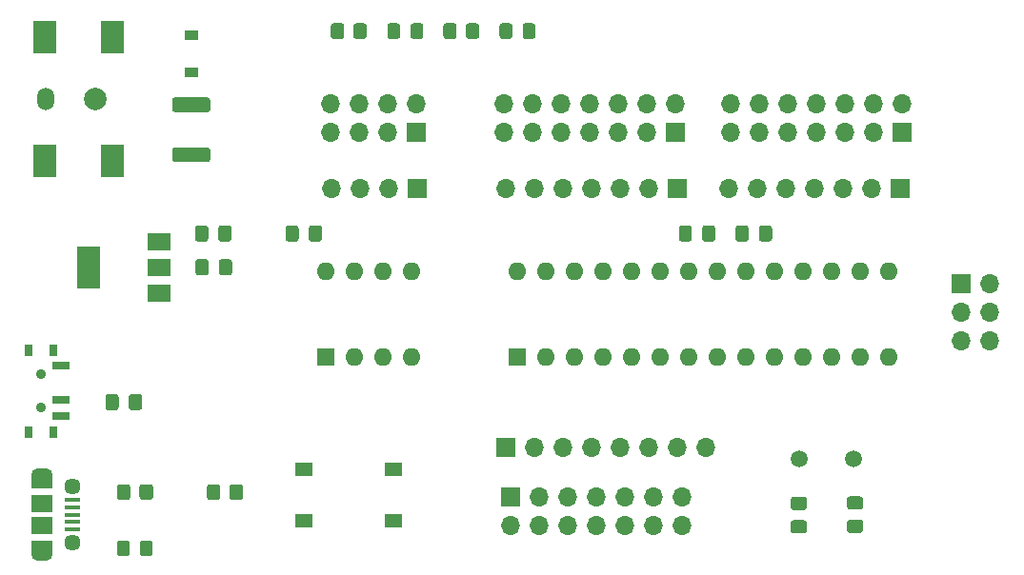
<source format=gbr>
%TF.GenerationSoftware,KiCad,Pcbnew,(5.1.9)-1*%
%TF.CreationDate,2021-06-11T11:12:06+10:00*%
%TF.ProjectId,AVRDevBoard,41565244-6576-4426-9f61-72642e6b6963,rev?*%
%TF.SameCoordinates,Original*%
%TF.FileFunction,Soldermask,Top*%
%TF.FilePolarity,Negative*%
%FSLAX46Y46*%
G04 Gerber Fmt 4.6, Leading zero omitted, Abs format (unit mm)*
G04 Created by KiCad (PCBNEW (5.1.9)-1) date 2021-06-11 11:12:06*
%MOMM*%
%LPD*%
G01*
G04 APERTURE LIST*
%ADD10R,1.200000X0.900000*%
%ADD11R,1.700000X1.700000*%
%ADD12O,1.700000X1.700000*%
%ADD13O,1.500000X2.000000*%
%ADD14C,2.000000*%
%ADD15R,2.000000X3.000000*%
%ADD16R,1.900000X1.500000*%
%ADD17C,1.450000*%
%ADD18R,1.350000X0.400000*%
%ADD19O,1.900000X1.200000*%
%ADD20R,1.900000X1.200000*%
%ADD21C,0.900000*%
%ADD22R,1.500000X0.700000*%
%ADD23R,0.800000X1.000000*%
%ADD24R,1.550000X1.300000*%
%ADD25R,2.000000X3.800000*%
%ADD26R,2.000000X1.500000*%
%ADD27R,1.600000X1.600000*%
%ADD28O,1.600000X1.600000*%
%ADD29C,1.500000*%
G04 APERTURE END LIST*
%TO.C,C1*%
G36*
G01*
X39450000Y-113475000D02*
X39450000Y-112525000D01*
G75*
G02*
X39700000Y-112275000I250000J0D01*
G01*
X40375000Y-112275000D01*
G75*
G02*
X40625000Y-112525000I0J-250000D01*
G01*
X40625000Y-113475000D01*
G75*
G02*
X40375000Y-113725000I-250000J0D01*
G01*
X39700000Y-113725000D01*
G75*
G02*
X39450000Y-113475000I0J250000D01*
G01*
G37*
G36*
G01*
X37375000Y-113475000D02*
X37375000Y-112525000D01*
G75*
G02*
X37625000Y-112275000I250000J0D01*
G01*
X38300000Y-112275000D01*
G75*
G02*
X38550000Y-112525000I0J-250000D01*
G01*
X38550000Y-113475000D01*
G75*
G02*
X38300000Y-113725000I-250000J0D01*
G01*
X37625000Y-113725000D01*
G75*
G02*
X37375000Y-113475000I0J250000D01*
G01*
G37*
%TD*%
%TO.C,C2*%
G36*
G01*
X47412500Y-98475000D02*
X47412500Y-97525000D01*
G75*
G02*
X47662500Y-97275000I250000J0D01*
G01*
X48337500Y-97275000D01*
G75*
G02*
X48587500Y-97525000I0J-250000D01*
G01*
X48587500Y-98475000D01*
G75*
G02*
X48337500Y-98725000I-250000J0D01*
G01*
X47662500Y-98725000D01*
G75*
G02*
X47412500Y-98475000I0J250000D01*
G01*
G37*
G36*
G01*
X45337500Y-98475000D02*
X45337500Y-97525000D01*
G75*
G02*
X45587500Y-97275000I250000J0D01*
G01*
X46262500Y-97275000D01*
G75*
G02*
X46512500Y-97525000I0J-250000D01*
G01*
X46512500Y-98475000D01*
G75*
G02*
X46262500Y-98725000I-250000J0D01*
G01*
X45587500Y-98725000D01*
G75*
G02*
X45337500Y-98475000I0J250000D01*
G01*
G37*
%TD*%
%TO.C,C3*%
G36*
G01*
X45375000Y-101475000D02*
X45375000Y-100525000D01*
G75*
G02*
X45625000Y-100275000I250000J0D01*
G01*
X46300000Y-100275000D01*
G75*
G02*
X46550000Y-100525000I0J-250000D01*
G01*
X46550000Y-101475000D01*
G75*
G02*
X46300000Y-101725000I-250000J0D01*
G01*
X45625000Y-101725000D01*
G75*
G02*
X45375000Y-101475000I0J250000D01*
G01*
G37*
G36*
G01*
X47450000Y-101475000D02*
X47450000Y-100525000D01*
G75*
G02*
X47700000Y-100275000I250000J0D01*
G01*
X48375000Y-100275000D01*
G75*
G02*
X48625000Y-100525000I0J-250000D01*
G01*
X48625000Y-101475000D01*
G75*
G02*
X48375000Y-101725000I-250000J0D01*
G01*
X47700000Y-101725000D01*
G75*
G02*
X47450000Y-101475000I0J250000D01*
G01*
G37*
%TD*%
%TO.C,C4*%
G36*
G01*
X98525000Y-121412500D02*
X99475000Y-121412500D01*
G75*
G02*
X99725000Y-121662500I0J-250000D01*
G01*
X99725000Y-122337500D01*
G75*
G02*
X99475000Y-122587500I-250000J0D01*
G01*
X98525000Y-122587500D01*
G75*
G02*
X98275000Y-122337500I0J250000D01*
G01*
X98275000Y-121662500D01*
G75*
G02*
X98525000Y-121412500I250000J0D01*
G01*
G37*
G36*
G01*
X98525000Y-123487500D02*
X99475000Y-123487500D01*
G75*
G02*
X99725000Y-123737500I0J-250000D01*
G01*
X99725000Y-124412500D01*
G75*
G02*
X99475000Y-124662500I-250000J0D01*
G01*
X98525000Y-124662500D01*
G75*
G02*
X98275000Y-124412500I0J250000D01*
G01*
X98275000Y-123737500D01*
G75*
G02*
X98525000Y-123487500I250000J0D01*
G01*
G37*
%TD*%
%TO.C,C5*%
G36*
G01*
X103525000Y-123450000D02*
X104475000Y-123450000D01*
G75*
G02*
X104725000Y-123700000I0J-250000D01*
G01*
X104725000Y-124375000D01*
G75*
G02*
X104475000Y-124625000I-250000J0D01*
G01*
X103525000Y-124625000D01*
G75*
G02*
X103275000Y-124375000I0J250000D01*
G01*
X103275000Y-123700000D01*
G75*
G02*
X103525000Y-123450000I250000J0D01*
G01*
G37*
G36*
G01*
X103525000Y-121375000D02*
X104475000Y-121375000D01*
G75*
G02*
X104725000Y-121625000I0J-250000D01*
G01*
X104725000Y-122300000D01*
G75*
G02*
X104475000Y-122550000I-250000J0D01*
G01*
X103525000Y-122550000D01*
G75*
G02*
X103275000Y-122300000I0J250000D01*
G01*
X103275000Y-121625000D01*
G75*
G02*
X103525000Y-121375000I250000J0D01*
G01*
G37*
%TD*%
%TO.C,C6*%
G36*
G01*
X93375000Y-98475000D02*
X93375000Y-97525000D01*
G75*
G02*
X93625000Y-97275000I250000J0D01*
G01*
X94300000Y-97275000D01*
G75*
G02*
X94550000Y-97525000I0J-250000D01*
G01*
X94550000Y-98475000D01*
G75*
G02*
X94300000Y-98725000I-250000J0D01*
G01*
X93625000Y-98725000D01*
G75*
G02*
X93375000Y-98475000I0J250000D01*
G01*
G37*
G36*
G01*
X95450000Y-98475000D02*
X95450000Y-97525000D01*
G75*
G02*
X95700000Y-97275000I250000J0D01*
G01*
X96375000Y-97275000D01*
G75*
G02*
X96625000Y-97525000I0J-250000D01*
G01*
X96625000Y-98475000D01*
G75*
G02*
X96375000Y-98725000I-250000J0D01*
G01*
X95700000Y-98725000D01*
G75*
G02*
X95450000Y-98475000I0J250000D01*
G01*
G37*
%TD*%
%TO.C,C7*%
G36*
G01*
X91587500Y-97525000D02*
X91587500Y-98475000D01*
G75*
G02*
X91337500Y-98725000I-250000J0D01*
G01*
X90662500Y-98725000D01*
G75*
G02*
X90412500Y-98475000I0J250000D01*
G01*
X90412500Y-97525000D01*
G75*
G02*
X90662500Y-97275000I250000J0D01*
G01*
X91337500Y-97275000D01*
G75*
G02*
X91587500Y-97525000I0J-250000D01*
G01*
G37*
G36*
G01*
X89512500Y-97525000D02*
X89512500Y-98475000D01*
G75*
G02*
X89262500Y-98725000I-250000J0D01*
G01*
X88587500Y-98725000D01*
G75*
G02*
X88337500Y-98475000I0J250000D01*
G01*
X88337500Y-97525000D01*
G75*
G02*
X88587500Y-97275000I250000J0D01*
G01*
X89262500Y-97275000D01*
G75*
G02*
X89512500Y-97525000I0J-250000D01*
G01*
G37*
%TD*%
%TO.C,C8*%
G36*
G01*
X54550000Y-97525000D02*
X54550000Y-98475000D01*
G75*
G02*
X54300000Y-98725000I-250000J0D01*
G01*
X53625000Y-98725000D01*
G75*
G02*
X53375000Y-98475000I0J250000D01*
G01*
X53375000Y-97525000D01*
G75*
G02*
X53625000Y-97275000I250000J0D01*
G01*
X54300000Y-97275000D01*
G75*
G02*
X54550000Y-97525000I0J-250000D01*
G01*
G37*
G36*
G01*
X56625000Y-97525000D02*
X56625000Y-98475000D01*
G75*
G02*
X56375000Y-98725000I-250000J0D01*
G01*
X55700000Y-98725000D01*
G75*
G02*
X55450000Y-98475000I0J250000D01*
G01*
X55450000Y-97525000D01*
G75*
G02*
X55700000Y-97275000I250000J0D01*
G01*
X56375000Y-97275000D01*
G75*
G02*
X56625000Y-97525000I0J-250000D01*
G01*
G37*
%TD*%
D10*
%TO.C,D1*%
X45000000Y-83650000D03*
X45000000Y-80350000D03*
%TD*%
%TO.C,D2*%
G36*
G01*
X65625000Y-79549999D02*
X65625000Y-80450001D01*
G75*
G02*
X65375001Y-80700000I-249999J0D01*
G01*
X64724999Y-80700000D01*
G75*
G02*
X64475000Y-80450001I0J249999D01*
G01*
X64475000Y-79549999D01*
G75*
G02*
X64724999Y-79300000I249999J0D01*
G01*
X65375001Y-79300000D01*
G75*
G02*
X65625000Y-79549999I0J-249999D01*
G01*
G37*
G36*
G01*
X63575000Y-79549999D02*
X63575000Y-80450001D01*
G75*
G02*
X63325001Y-80700000I-249999J0D01*
G01*
X62674999Y-80700000D01*
G75*
G02*
X62425000Y-80450001I0J249999D01*
G01*
X62425000Y-79549999D01*
G75*
G02*
X62674999Y-79300000I249999J0D01*
G01*
X63325001Y-79300000D01*
G75*
G02*
X63575000Y-79549999I0J-249999D01*
G01*
G37*
%TD*%
%TO.C,D3*%
G36*
G01*
X73550000Y-79549999D02*
X73550000Y-80450001D01*
G75*
G02*
X73300001Y-80700000I-249999J0D01*
G01*
X72649999Y-80700000D01*
G75*
G02*
X72400000Y-80450001I0J249999D01*
G01*
X72400000Y-79549999D01*
G75*
G02*
X72649999Y-79300000I249999J0D01*
G01*
X73300001Y-79300000D01*
G75*
G02*
X73550000Y-79549999I0J-249999D01*
G01*
G37*
G36*
G01*
X75600000Y-79549999D02*
X75600000Y-80450001D01*
G75*
G02*
X75350001Y-80700000I-249999J0D01*
G01*
X74699999Y-80700000D01*
G75*
G02*
X74450000Y-80450001I0J249999D01*
G01*
X74450000Y-79549999D01*
G75*
G02*
X74699999Y-79300000I249999J0D01*
G01*
X75350001Y-79300000D01*
G75*
G02*
X75600000Y-79549999I0J-249999D01*
G01*
G37*
%TD*%
%TO.C,D4*%
G36*
G01*
X38375000Y-126450001D02*
X38375000Y-125549999D01*
G75*
G02*
X38624999Y-125300000I249999J0D01*
G01*
X39275001Y-125300000D01*
G75*
G02*
X39525000Y-125549999I0J-249999D01*
G01*
X39525000Y-126450001D01*
G75*
G02*
X39275001Y-126700000I-249999J0D01*
G01*
X38624999Y-126700000D01*
G75*
G02*
X38375000Y-126450001I0J249999D01*
G01*
G37*
G36*
G01*
X40425000Y-126450001D02*
X40425000Y-125549999D01*
G75*
G02*
X40674999Y-125300000I249999J0D01*
G01*
X41325001Y-125300000D01*
G75*
G02*
X41575000Y-125549999I0J-249999D01*
G01*
X41575000Y-126450001D01*
G75*
G02*
X41325001Y-126700000I-249999J0D01*
G01*
X40674999Y-126700000D01*
G75*
G02*
X40425000Y-126450001I0J249999D01*
G01*
G37*
%TD*%
%TO.C,F1*%
G36*
G01*
X43550000Y-85900000D02*
X46450000Y-85900000D01*
G75*
G02*
X46700000Y-86150000I0J-250000D01*
G01*
X46700000Y-86950000D01*
G75*
G02*
X46450000Y-87200000I-250000J0D01*
G01*
X43550000Y-87200000D01*
G75*
G02*
X43300000Y-86950000I0J250000D01*
G01*
X43300000Y-86150000D01*
G75*
G02*
X43550000Y-85900000I250000J0D01*
G01*
G37*
G36*
G01*
X43550000Y-90350000D02*
X46450000Y-90350000D01*
G75*
G02*
X46700000Y-90600000I0J-250000D01*
G01*
X46700000Y-91400000D01*
G75*
G02*
X46450000Y-91650000I-250000J0D01*
G01*
X43550000Y-91650000D01*
G75*
G02*
X43300000Y-91400000I0J250000D01*
G01*
X43300000Y-90600000D01*
G75*
G02*
X43550000Y-90350000I250000J0D01*
G01*
G37*
%TD*%
D11*
%TO.C,J1*%
X65080000Y-94000000D03*
D12*
X62540000Y-94000000D03*
X60000000Y-94000000D03*
X57460000Y-94000000D03*
%TD*%
D11*
%TO.C,J2*%
X65000000Y-89000000D03*
D12*
X65000000Y-86460000D03*
X62460000Y-89000000D03*
X62460000Y-86460000D03*
X59920000Y-89000000D03*
X59920000Y-86460000D03*
X57380000Y-89000000D03*
X57380000Y-86460000D03*
%TD*%
D11*
%TO.C,J3*%
X108000000Y-94000000D03*
D12*
X105460000Y-94000000D03*
X102920000Y-94000000D03*
X100380000Y-94000000D03*
X97840000Y-94000000D03*
X95300000Y-94000000D03*
X92760000Y-94000000D03*
%TD*%
%TO.C,J4*%
X73000000Y-94000000D03*
X75540000Y-94000000D03*
X78080000Y-94000000D03*
X80620000Y-94000000D03*
X83160000Y-94000000D03*
X85700000Y-94000000D03*
D11*
X88240000Y-94000000D03*
%TD*%
%TO.C,J5*%
X73000000Y-117000000D03*
D12*
X75540000Y-117000000D03*
X78080000Y-117000000D03*
X80620000Y-117000000D03*
X83160000Y-117000000D03*
X85700000Y-117000000D03*
X88240000Y-117000000D03*
X90780000Y-117000000D03*
%TD*%
D11*
%TO.C,J6*%
X73380000Y-121460000D03*
D12*
X73380000Y-124000000D03*
X75920000Y-121460000D03*
X75920000Y-124000000D03*
X78460000Y-121460000D03*
X78460000Y-124000000D03*
X81000000Y-121460000D03*
X81000000Y-124000000D03*
X83540000Y-121460000D03*
X83540000Y-124000000D03*
X86080000Y-121460000D03*
X86080000Y-124000000D03*
X88620000Y-121460000D03*
X88620000Y-124000000D03*
%TD*%
%TO.C,J7*%
X72760000Y-86460000D03*
X72760000Y-89000000D03*
X75300000Y-86460000D03*
X75300000Y-89000000D03*
X77840000Y-86460000D03*
X77840000Y-89000000D03*
X80380000Y-86460000D03*
X80380000Y-89000000D03*
X82920000Y-86460000D03*
X82920000Y-89000000D03*
X85460000Y-86460000D03*
X85460000Y-89000000D03*
X88000000Y-86460000D03*
D11*
X88000000Y-89000000D03*
%TD*%
%TO.C,J8*%
X108160000Y-89000000D03*
D12*
X108160000Y-86460000D03*
X105620000Y-89000000D03*
X105620000Y-86460000D03*
X103080000Y-89000000D03*
X103080000Y-86460000D03*
X100540000Y-89000000D03*
X100540000Y-86460000D03*
X98000000Y-89000000D03*
X98000000Y-86460000D03*
X95460000Y-89000000D03*
X95460000Y-86460000D03*
X92920000Y-89000000D03*
X92920000Y-86460000D03*
%TD*%
D13*
%TO.C,J9*%
X32100000Y-86000000D03*
D14*
X36500000Y-86000000D03*
D15*
X32000000Y-80500000D03*
X38000000Y-80500000D03*
X38000000Y-91500000D03*
X32000000Y-91500000D03*
%TD*%
D16*
%TO.C,J10*%
X31762500Y-124000000D03*
D17*
X34462500Y-120500000D03*
D18*
X34462500Y-122350000D03*
X34462500Y-121700000D03*
X34462500Y-124300000D03*
X34462500Y-123650000D03*
X34462500Y-123000000D03*
D17*
X34462500Y-125500000D03*
D16*
X31762500Y-122000000D03*
D19*
X31762500Y-119500000D03*
X31762500Y-126500000D03*
D20*
X31762500Y-125900000D03*
X31762500Y-120100000D03*
%TD*%
D12*
%TO.C,ICSP*%
X116000000Y-107540000D03*
X113460000Y-107540000D03*
X116000000Y-105000000D03*
X113460000Y-105000000D03*
X116000000Y-102460000D03*
D11*
X113460000Y-102460000D03*
%TD*%
%TO.C,R1*%
G36*
G01*
X47600000Y-120549999D02*
X47600000Y-121450001D01*
G75*
G02*
X47350001Y-121700000I-249999J0D01*
G01*
X46649999Y-121700000D01*
G75*
G02*
X46400000Y-121450001I0J249999D01*
G01*
X46400000Y-120549999D01*
G75*
G02*
X46649999Y-120300000I249999J0D01*
G01*
X47350001Y-120300000D01*
G75*
G02*
X47600000Y-120549999I0J-249999D01*
G01*
G37*
G36*
G01*
X49600000Y-120549999D02*
X49600000Y-121450001D01*
G75*
G02*
X49350001Y-121700000I-249999J0D01*
G01*
X48649999Y-121700000D01*
G75*
G02*
X48400000Y-121450001I0J249999D01*
G01*
X48400000Y-120549999D01*
G75*
G02*
X48649999Y-120300000I249999J0D01*
G01*
X49350001Y-120300000D01*
G75*
G02*
X49600000Y-120549999I0J-249999D01*
G01*
G37*
%TD*%
%TO.C,R2*%
G36*
G01*
X60600000Y-79549999D02*
X60600000Y-80450001D01*
G75*
G02*
X60350001Y-80700000I-249999J0D01*
G01*
X59649999Y-80700000D01*
G75*
G02*
X59400000Y-80450001I0J249999D01*
G01*
X59400000Y-79549999D01*
G75*
G02*
X59649999Y-79300000I249999J0D01*
G01*
X60350001Y-79300000D01*
G75*
G02*
X60600000Y-79549999I0J-249999D01*
G01*
G37*
G36*
G01*
X58600000Y-79549999D02*
X58600000Y-80450001D01*
G75*
G02*
X58350001Y-80700000I-249999J0D01*
G01*
X57649999Y-80700000D01*
G75*
G02*
X57400000Y-80450001I0J249999D01*
G01*
X57400000Y-79549999D01*
G75*
G02*
X57649999Y-79300000I249999J0D01*
G01*
X58350001Y-79300000D01*
G75*
G02*
X58600000Y-79549999I0J-249999D01*
G01*
G37*
%TD*%
%TO.C,R3*%
G36*
G01*
X68600000Y-79549999D02*
X68600000Y-80450001D01*
G75*
G02*
X68350001Y-80700000I-249999J0D01*
G01*
X67649999Y-80700000D01*
G75*
G02*
X67400000Y-80450001I0J249999D01*
G01*
X67400000Y-79549999D01*
G75*
G02*
X67649999Y-79300000I249999J0D01*
G01*
X68350001Y-79300000D01*
G75*
G02*
X68600000Y-79549999I0J-249999D01*
G01*
G37*
G36*
G01*
X70600000Y-79549999D02*
X70600000Y-80450001D01*
G75*
G02*
X70350001Y-80700000I-249999J0D01*
G01*
X69649999Y-80700000D01*
G75*
G02*
X69400000Y-80450001I0J249999D01*
G01*
X69400000Y-79549999D01*
G75*
G02*
X69649999Y-79300000I249999J0D01*
G01*
X70350001Y-79300000D01*
G75*
G02*
X70600000Y-79549999I0J-249999D01*
G01*
G37*
%TD*%
%TO.C,R4*%
G36*
G01*
X41600000Y-120549999D02*
X41600000Y-121450001D01*
G75*
G02*
X41350001Y-121700000I-249999J0D01*
G01*
X40649999Y-121700000D01*
G75*
G02*
X40400000Y-121450001I0J249999D01*
G01*
X40400000Y-120549999D01*
G75*
G02*
X40649999Y-120300000I249999J0D01*
G01*
X41350001Y-120300000D01*
G75*
G02*
X41600000Y-120549999I0J-249999D01*
G01*
G37*
G36*
G01*
X39600000Y-120549999D02*
X39600000Y-121450001D01*
G75*
G02*
X39350001Y-121700000I-249999J0D01*
G01*
X38649999Y-121700000D01*
G75*
G02*
X38400000Y-121450001I0J249999D01*
G01*
X38400000Y-120549999D01*
G75*
G02*
X38649999Y-120300000I249999J0D01*
G01*
X39350001Y-120300000D01*
G75*
G02*
X39600000Y-120549999I0J-249999D01*
G01*
G37*
%TD*%
D21*
%TO.C,SW1*%
X31670000Y-110500000D03*
X31670000Y-113500000D03*
D22*
X33430000Y-109750000D03*
X33430000Y-112750000D03*
X33430000Y-114250000D03*
D23*
X30570000Y-108350000D03*
X30570000Y-115650000D03*
X32780000Y-115650000D03*
X32780000Y-108350000D03*
%TD*%
D24*
%TO.C,RESET*%
X55000000Y-123500000D03*
X55000000Y-119000000D03*
X62950000Y-119000000D03*
X62950000Y-123500000D03*
%TD*%
D25*
%TO.C,U1*%
X35850000Y-101000000D03*
D26*
X42150000Y-101000000D03*
X42150000Y-98700000D03*
X42150000Y-103300000D03*
%TD*%
D27*
%TO.C,U2*%
X57000000Y-109000000D03*
D28*
X64620000Y-101380000D03*
X59540000Y-109000000D03*
X62080000Y-101380000D03*
X62080000Y-109000000D03*
X59540000Y-101380000D03*
X64620000Y-109000000D03*
X57000000Y-101380000D03*
%TD*%
D27*
%TO.C,U3*%
X74000000Y-109000000D03*
D28*
X107020000Y-101380000D03*
X76540000Y-109000000D03*
X104480000Y-101380000D03*
X79080000Y-109000000D03*
X101940000Y-101380000D03*
X81620000Y-109000000D03*
X99400000Y-101380000D03*
X84160000Y-109000000D03*
X96860000Y-101380000D03*
X86700000Y-109000000D03*
X94320000Y-101380000D03*
X89240000Y-109000000D03*
X91780000Y-101380000D03*
X91780000Y-109000000D03*
X89240000Y-101380000D03*
X94320000Y-109000000D03*
X86700000Y-101380000D03*
X96860000Y-109000000D03*
X84160000Y-101380000D03*
X99400000Y-109000000D03*
X81620000Y-101380000D03*
X101940000Y-109000000D03*
X79080000Y-101380000D03*
X104480000Y-109000000D03*
X76540000Y-101380000D03*
X107020000Y-109000000D03*
X74000000Y-101380000D03*
%TD*%
D29*
%TO.C,Y1*%
X99000000Y-118000000D03*
X103900000Y-118000000D03*
%TD*%
M02*

</source>
